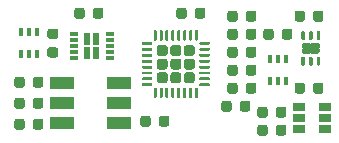
<source format=gbr>
G04 #@! TF.GenerationSoftware,KiCad,Pcbnew,5.1.6-c6e7f7d~86~ubuntu20.04.1*
G04 #@! TF.CreationDate,2020-07-01T18:46:00+05:00*
G04 #@! TF.ProjectId,Main,4d61696e-2e6b-4696-9361-645f70636258,rev?*
G04 #@! TF.SameCoordinates,Original*
G04 #@! TF.FileFunction,Paste,Top*
G04 #@! TF.FilePolarity,Positive*
%FSLAX46Y46*%
G04 Gerber Fmt 4.6, Leading zero omitted, Abs format (unit mm)*
G04 Created by KiCad (PCBNEW 5.1.6-c6e7f7d~86~ubuntu20.04.1) date 2020-07-01 18:46:00*
%MOMM*%
%LPD*%
G01*
G04 APERTURE LIST*
%ADD10R,0.600000X1.050000*%
%ADD11R,0.650000X0.300000*%
%ADD12R,1.060000X0.650000*%
%ADD13R,0.400000X0.650000*%
%ADD14R,2.000000X1.100000*%
G04 APERTURE END LIST*
G36*
G01*
X167137500Y-96771750D02*
X167137500Y-97284250D01*
G75*
G02*
X166918750Y-97503000I-218750J0D01*
G01*
X166481250Y-97503000D01*
G75*
G02*
X166262500Y-97284250I0J218750D01*
G01*
X166262500Y-96771750D01*
G75*
G02*
X166481250Y-96553000I218750J0D01*
G01*
X166918750Y-96553000D01*
G75*
G02*
X167137500Y-96771750I0J-218750D01*
G01*
G37*
G36*
G01*
X168712500Y-96771750D02*
X168712500Y-97284250D01*
G75*
G02*
X168493750Y-97503000I-218750J0D01*
G01*
X168056250Y-97503000D01*
G75*
G02*
X167837500Y-97284250I0J218750D01*
G01*
X167837500Y-96771750D01*
G75*
G02*
X168056250Y-96553000I218750J0D01*
G01*
X168493750Y-96553000D01*
G75*
G02*
X168712500Y-96771750I0J-218750D01*
G01*
G37*
D10*
X149485500Y-100188000D03*
X148710500Y-100188000D03*
X148710500Y-98948000D03*
X149485500Y-98948000D03*
D11*
X150648000Y-98568000D03*
X150648000Y-99068000D03*
X150648000Y-99568000D03*
X150648000Y-100068000D03*
X150648000Y-100568000D03*
X147548000Y-100568000D03*
X147548000Y-100068000D03*
X147548000Y-99568000D03*
X147548000Y-99068000D03*
X147548000Y-98568000D03*
G36*
G01*
X161448000Y-99819750D02*
X161448000Y-100332250D01*
G75*
G02*
X161229250Y-100551000I-218750J0D01*
G01*
X160791750Y-100551000D01*
G75*
G02*
X160573000Y-100332250I0J218750D01*
G01*
X160573000Y-99819750D01*
G75*
G02*
X160791750Y-99601000I218750J0D01*
G01*
X161229250Y-99601000D01*
G75*
G02*
X161448000Y-99819750I0J-218750D01*
G01*
G37*
G36*
G01*
X163023000Y-99819750D02*
X163023000Y-100332250D01*
G75*
G02*
X162804250Y-100551000I-218750J0D01*
G01*
X162366750Y-100551000D01*
G75*
G02*
X162148000Y-100332250I0J218750D01*
G01*
X162148000Y-99819750D01*
G75*
G02*
X162366750Y-99601000I218750J0D01*
G01*
X162804250Y-99601000D01*
G75*
G02*
X163023000Y-99819750I0J-218750D01*
G01*
G37*
G36*
G01*
X161448000Y-101343750D02*
X161448000Y-101856250D01*
G75*
G02*
X161229250Y-102075000I-218750J0D01*
G01*
X160791750Y-102075000D01*
G75*
G02*
X160573000Y-101856250I0J218750D01*
G01*
X160573000Y-101343750D01*
G75*
G02*
X160791750Y-101125000I218750J0D01*
G01*
X161229250Y-101125000D01*
G75*
G02*
X161448000Y-101343750I0J-218750D01*
G01*
G37*
G36*
G01*
X163023000Y-101343750D02*
X163023000Y-101856250D01*
G75*
G02*
X162804250Y-102075000I-218750J0D01*
G01*
X162366750Y-102075000D01*
G75*
G02*
X162148000Y-101856250I0J218750D01*
G01*
X162148000Y-101343750D01*
G75*
G02*
X162366750Y-101125000I218750J0D01*
G01*
X162804250Y-101125000D01*
G75*
G02*
X163023000Y-101343750I0J-218750D01*
G01*
G37*
G36*
G01*
X161448000Y-102867750D02*
X161448000Y-103380250D01*
G75*
G02*
X161229250Y-103599000I-218750J0D01*
G01*
X160791750Y-103599000D01*
G75*
G02*
X160573000Y-103380250I0J218750D01*
G01*
X160573000Y-102867750D01*
G75*
G02*
X160791750Y-102649000I218750J0D01*
G01*
X161229250Y-102649000D01*
G75*
G02*
X161448000Y-102867750I0J-218750D01*
G01*
G37*
G36*
G01*
X163023000Y-102867750D02*
X163023000Y-103380250D01*
G75*
G02*
X162804250Y-103599000I-218750J0D01*
G01*
X162366750Y-103599000D01*
G75*
G02*
X162148000Y-103380250I0J218750D01*
G01*
X162148000Y-102867750D01*
G75*
G02*
X162366750Y-102649000I218750J0D01*
G01*
X162804250Y-102649000D01*
G75*
G02*
X163023000Y-102867750I0J-218750D01*
G01*
G37*
G36*
G01*
X160940000Y-104391750D02*
X160940000Y-104904250D01*
G75*
G02*
X160721250Y-105123000I-218750J0D01*
G01*
X160283750Y-105123000D01*
G75*
G02*
X160065000Y-104904250I0J218750D01*
G01*
X160065000Y-104391750D01*
G75*
G02*
X160283750Y-104173000I218750J0D01*
G01*
X160721250Y-104173000D01*
G75*
G02*
X160940000Y-104391750I0J-218750D01*
G01*
G37*
G36*
G01*
X162515000Y-104391750D02*
X162515000Y-104904250D01*
G75*
G02*
X162296250Y-105123000I-218750J0D01*
G01*
X161858750Y-105123000D01*
G75*
G02*
X161640000Y-104904250I0J218750D01*
G01*
X161640000Y-104391750D01*
G75*
G02*
X161858750Y-104173000I218750J0D01*
G01*
X162296250Y-104173000D01*
G75*
G02*
X162515000Y-104391750I0J-218750D01*
G01*
G37*
G36*
G01*
X167065000Y-101213000D02*
X166915000Y-101213000D01*
G75*
G02*
X166840000Y-101138000I0J75000D01*
G01*
X166840000Y-100538000D01*
G75*
G02*
X166915000Y-100463000I75000J0D01*
G01*
X167065000Y-100463000D01*
G75*
G02*
X167140000Y-100538000I0J-75000D01*
G01*
X167140000Y-101138000D01*
G75*
G02*
X167065000Y-101213000I-75000J0D01*
G01*
G37*
G36*
G01*
X168365000Y-99054000D02*
X168215000Y-99054000D01*
G75*
G02*
X168140000Y-98979000I0J75000D01*
G01*
X168140000Y-98379000D01*
G75*
G02*
X168215000Y-98304000I75000J0D01*
G01*
X168365000Y-98304000D01*
G75*
G02*
X168440000Y-98379000I0J-75000D01*
G01*
X168440000Y-98979000D01*
G75*
G02*
X168365000Y-99054000I-75000J0D01*
G01*
G37*
G36*
G01*
X167572100Y-99828000D02*
X167022100Y-99828000D01*
G75*
G02*
X166892100Y-99698000I0J130000D01*
G01*
X166892100Y-99438000D01*
G75*
G02*
X167022100Y-99308000I130000J0D01*
G01*
X167572100Y-99308000D01*
G75*
G02*
X167702100Y-99438000I0J-130000D01*
G01*
X167702100Y-99698000D01*
G75*
G02*
X167572100Y-99828000I-130000J0D01*
G01*
G37*
G36*
G01*
X167715000Y-101213000D02*
X167565000Y-101213000D01*
G75*
G02*
X167490000Y-101138000I0J75000D01*
G01*
X167490000Y-100538000D01*
G75*
G02*
X167565000Y-100463000I75000J0D01*
G01*
X167715000Y-100463000D01*
G75*
G02*
X167790000Y-100538000I0J-75000D01*
G01*
X167790000Y-101138000D01*
G75*
G02*
X167715000Y-101213000I-75000J0D01*
G01*
G37*
G36*
G01*
X168257900Y-99828000D02*
X167707900Y-99828000D01*
G75*
G02*
X167577900Y-99698000I0J130000D01*
G01*
X167577900Y-99438000D01*
G75*
G02*
X167707900Y-99308000I130000J0D01*
G01*
X168257900Y-99308000D01*
G75*
G02*
X168387900Y-99438000I0J-130000D01*
G01*
X168387900Y-99698000D01*
G75*
G02*
X168257900Y-99828000I-130000J0D01*
G01*
G37*
G36*
G01*
X168257900Y-100209000D02*
X167707900Y-100209000D01*
G75*
G02*
X167577900Y-100079000I0J130000D01*
G01*
X167577900Y-99819000D01*
G75*
G02*
X167707900Y-99689000I130000J0D01*
G01*
X168257900Y-99689000D01*
G75*
G02*
X168387900Y-99819000I0J-130000D01*
G01*
X168387900Y-100079000D01*
G75*
G02*
X168257900Y-100209000I-130000J0D01*
G01*
G37*
G36*
G01*
X167572100Y-100209000D02*
X167022100Y-100209000D01*
G75*
G02*
X166892100Y-100079000I0J130000D01*
G01*
X166892100Y-99819000D01*
G75*
G02*
X167022100Y-99689000I130000J0D01*
G01*
X167572100Y-99689000D01*
G75*
G02*
X167702100Y-99819000I0J-130000D01*
G01*
X167702100Y-100079000D01*
G75*
G02*
X167572100Y-100209000I-130000J0D01*
G01*
G37*
G36*
G01*
X167065000Y-99054000D02*
X166915000Y-99054000D01*
G75*
G02*
X166840000Y-98979000I0J75000D01*
G01*
X166840000Y-98379000D01*
G75*
G02*
X166915000Y-98304000I75000J0D01*
G01*
X167065000Y-98304000D01*
G75*
G02*
X167140000Y-98379000I0J-75000D01*
G01*
X167140000Y-98979000D01*
G75*
G02*
X167065000Y-99054000I-75000J0D01*
G01*
G37*
G36*
G01*
X167715000Y-99054000D02*
X167565000Y-99054000D01*
G75*
G02*
X167490000Y-98979000I0J75000D01*
G01*
X167490000Y-98379000D01*
G75*
G02*
X167565000Y-98304000I75000J0D01*
G01*
X167715000Y-98304000D01*
G75*
G02*
X167790000Y-98379000I0J-75000D01*
G01*
X167790000Y-98979000D01*
G75*
G02*
X167715000Y-99054000I-75000J0D01*
G01*
G37*
G36*
G01*
X168365000Y-101213000D02*
X168215000Y-101213000D01*
G75*
G02*
X168140000Y-101138000I0J75000D01*
G01*
X168140000Y-100538000D01*
G75*
G02*
X168215000Y-100463000I75000J0D01*
G01*
X168365000Y-100463000D01*
G75*
G02*
X168440000Y-100538000I0J-75000D01*
G01*
X168440000Y-101138000D01*
G75*
G02*
X168365000Y-101213000I-75000J0D01*
G01*
G37*
G36*
G01*
X154827500Y-101777000D02*
X155292500Y-101777000D01*
G75*
G02*
X155525000Y-102009500I0J-232500D01*
G01*
X155525000Y-102474500D01*
G75*
G02*
X155292500Y-102707000I-232500J0D01*
G01*
X154827500Y-102707000D01*
G75*
G02*
X154595000Y-102474500I0J232500D01*
G01*
X154595000Y-102009500D01*
G75*
G02*
X154827500Y-101777000I232500J0D01*
G01*
G37*
G36*
G01*
X155977500Y-101777000D02*
X156442500Y-101777000D01*
G75*
G02*
X156675000Y-102009500I0J-232500D01*
G01*
X156675000Y-102474500D01*
G75*
G02*
X156442500Y-102707000I-232500J0D01*
G01*
X155977500Y-102707000D01*
G75*
G02*
X155745000Y-102474500I0J232500D01*
G01*
X155745000Y-102009500D01*
G75*
G02*
X155977500Y-101777000I232500J0D01*
G01*
G37*
G36*
G01*
X157127500Y-101777000D02*
X157592500Y-101777000D01*
G75*
G02*
X157825000Y-102009500I0J-232500D01*
G01*
X157825000Y-102474500D01*
G75*
G02*
X157592500Y-102707000I-232500J0D01*
G01*
X157127500Y-102707000D01*
G75*
G02*
X156895000Y-102474500I0J232500D01*
G01*
X156895000Y-102009500D01*
G75*
G02*
X157127500Y-101777000I232500J0D01*
G01*
G37*
G36*
G01*
X154827500Y-100627000D02*
X155292500Y-100627000D01*
G75*
G02*
X155525000Y-100859500I0J-232500D01*
G01*
X155525000Y-101324500D01*
G75*
G02*
X155292500Y-101557000I-232500J0D01*
G01*
X154827500Y-101557000D01*
G75*
G02*
X154595000Y-101324500I0J232500D01*
G01*
X154595000Y-100859500D01*
G75*
G02*
X154827500Y-100627000I232500J0D01*
G01*
G37*
G36*
G01*
X155977500Y-100627000D02*
X156442500Y-100627000D01*
G75*
G02*
X156675000Y-100859500I0J-232500D01*
G01*
X156675000Y-101324500D01*
G75*
G02*
X156442500Y-101557000I-232500J0D01*
G01*
X155977500Y-101557000D01*
G75*
G02*
X155745000Y-101324500I0J232500D01*
G01*
X155745000Y-100859500D01*
G75*
G02*
X155977500Y-100627000I232500J0D01*
G01*
G37*
G36*
G01*
X157127500Y-100627000D02*
X157592500Y-100627000D01*
G75*
G02*
X157825000Y-100859500I0J-232500D01*
G01*
X157825000Y-101324500D01*
G75*
G02*
X157592500Y-101557000I-232500J0D01*
G01*
X157127500Y-101557000D01*
G75*
G02*
X156895000Y-101324500I0J232500D01*
G01*
X156895000Y-100859500D01*
G75*
G02*
X157127500Y-100627000I232500J0D01*
G01*
G37*
G36*
G01*
X154827500Y-99477000D02*
X155292500Y-99477000D01*
G75*
G02*
X155525000Y-99709500I0J-232500D01*
G01*
X155525000Y-100174500D01*
G75*
G02*
X155292500Y-100407000I-232500J0D01*
G01*
X154827500Y-100407000D01*
G75*
G02*
X154595000Y-100174500I0J232500D01*
G01*
X154595000Y-99709500D01*
G75*
G02*
X154827500Y-99477000I232500J0D01*
G01*
G37*
G36*
G01*
X155977500Y-99477000D02*
X156442500Y-99477000D01*
G75*
G02*
X156675000Y-99709500I0J-232500D01*
G01*
X156675000Y-100174500D01*
G75*
G02*
X156442500Y-100407000I-232500J0D01*
G01*
X155977500Y-100407000D01*
G75*
G02*
X155745000Y-100174500I0J232500D01*
G01*
X155745000Y-99709500D01*
G75*
G02*
X155977500Y-99477000I232500J0D01*
G01*
G37*
G36*
G01*
X157127500Y-99477000D02*
X157592500Y-99477000D01*
G75*
G02*
X157825000Y-99709500I0J-232500D01*
G01*
X157825000Y-100174500D01*
G75*
G02*
X157592500Y-100407000I-232500J0D01*
G01*
X157127500Y-100407000D01*
G75*
G02*
X156895000Y-100174500I0J232500D01*
G01*
X156895000Y-99709500D01*
G75*
G02*
X157127500Y-99477000I232500J0D01*
G01*
G37*
G36*
G01*
X158272500Y-99217000D02*
X159022500Y-99217000D01*
G75*
G02*
X159085000Y-99279500I0J-62500D01*
G01*
X159085000Y-99404500D01*
G75*
G02*
X159022500Y-99467000I-62500J0D01*
G01*
X158272500Y-99467000D01*
G75*
G02*
X158210000Y-99404500I0J62500D01*
G01*
X158210000Y-99279500D01*
G75*
G02*
X158272500Y-99217000I62500J0D01*
G01*
G37*
G36*
G01*
X158272500Y-99717000D02*
X159022500Y-99717000D01*
G75*
G02*
X159085000Y-99779500I0J-62500D01*
G01*
X159085000Y-99904500D01*
G75*
G02*
X159022500Y-99967000I-62500J0D01*
G01*
X158272500Y-99967000D01*
G75*
G02*
X158210000Y-99904500I0J62500D01*
G01*
X158210000Y-99779500D01*
G75*
G02*
X158272500Y-99717000I62500J0D01*
G01*
G37*
G36*
G01*
X158272500Y-100217000D02*
X159022500Y-100217000D01*
G75*
G02*
X159085000Y-100279500I0J-62500D01*
G01*
X159085000Y-100404500D01*
G75*
G02*
X159022500Y-100467000I-62500J0D01*
G01*
X158272500Y-100467000D01*
G75*
G02*
X158210000Y-100404500I0J62500D01*
G01*
X158210000Y-100279500D01*
G75*
G02*
X158272500Y-100217000I62500J0D01*
G01*
G37*
G36*
G01*
X158272500Y-100717000D02*
X159022500Y-100717000D01*
G75*
G02*
X159085000Y-100779500I0J-62500D01*
G01*
X159085000Y-100904500D01*
G75*
G02*
X159022500Y-100967000I-62500J0D01*
G01*
X158272500Y-100967000D01*
G75*
G02*
X158210000Y-100904500I0J62500D01*
G01*
X158210000Y-100779500D01*
G75*
G02*
X158272500Y-100717000I62500J0D01*
G01*
G37*
G36*
G01*
X158272500Y-101217000D02*
X159022500Y-101217000D01*
G75*
G02*
X159085000Y-101279500I0J-62500D01*
G01*
X159085000Y-101404500D01*
G75*
G02*
X159022500Y-101467000I-62500J0D01*
G01*
X158272500Y-101467000D01*
G75*
G02*
X158210000Y-101404500I0J62500D01*
G01*
X158210000Y-101279500D01*
G75*
G02*
X158272500Y-101217000I62500J0D01*
G01*
G37*
G36*
G01*
X158272500Y-101717000D02*
X159022500Y-101717000D01*
G75*
G02*
X159085000Y-101779500I0J-62500D01*
G01*
X159085000Y-101904500D01*
G75*
G02*
X159022500Y-101967000I-62500J0D01*
G01*
X158272500Y-101967000D01*
G75*
G02*
X158210000Y-101904500I0J62500D01*
G01*
X158210000Y-101779500D01*
G75*
G02*
X158272500Y-101717000I62500J0D01*
G01*
G37*
G36*
G01*
X158272500Y-102217000D02*
X159022500Y-102217000D01*
G75*
G02*
X159085000Y-102279500I0J-62500D01*
G01*
X159085000Y-102404500D01*
G75*
G02*
X159022500Y-102467000I-62500J0D01*
G01*
X158272500Y-102467000D01*
G75*
G02*
X158210000Y-102404500I0J62500D01*
G01*
X158210000Y-102279500D01*
G75*
G02*
X158272500Y-102217000I62500J0D01*
G01*
G37*
G36*
G01*
X158272500Y-102717000D02*
X159022500Y-102717000D01*
G75*
G02*
X159085000Y-102779500I0J-62500D01*
G01*
X159085000Y-102904500D01*
G75*
G02*
X159022500Y-102967000I-62500J0D01*
G01*
X158272500Y-102967000D01*
G75*
G02*
X158210000Y-102904500I0J62500D01*
G01*
X158210000Y-102779500D01*
G75*
G02*
X158272500Y-102717000I62500J0D01*
G01*
G37*
G36*
G01*
X157897500Y-103092000D02*
X158022500Y-103092000D01*
G75*
G02*
X158085000Y-103154500I0J-62500D01*
G01*
X158085000Y-103904500D01*
G75*
G02*
X158022500Y-103967000I-62500J0D01*
G01*
X157897500Y-103967000D01*
G75*
G02*
X157835000Y-103904500I0J62500D01*
G01*
X157835000Y-103154500D01*
G75*
G02*
X157897500Y-103092000I62500J0D01*
G01*
G37*
G36*
G01*
X157397500Y-103092000D02*
X157522500Y-103092000D01*
G75*
G02*
X157585000Y-103154500I0J-62500D01*
G01*
X157585000Y-103904500D01*
G75*
G02*
X157522500Y-103967000I-62500J0D01*
G01*
X157397500Y-103967000D01*
G75*
G02*
X157335000Y-103904500I0J62500D01*
G01*
X157335000Y-103154500D01*
G75*
G02*
X157397500Y-103092000I62500J0D01*
G01*
G37*
G36*
G01*
X156897500Y-103092000D02*
X157022500Y-103092000D01*
G75*
G02*
X157085000Y-103154500I0J-62500D01*
G01*
X157085000Y-103904500D01*
G75*
G02*
X157022500Y-103967000I-62500J0D01*
G01*
X156897500Y-103967000D01*
G75*
G02*
X156835000Y-103904500I0J62500D01*
G01*
X156835000Y-103154500D01*
G75*
G02*
X156897500Y-103092000I62500J0D01*
G01*
G37*
G36*
G01*
X156397500Y-103092000D02*
X156522500Y-103092000D01*
G75*
G02*
X156585000Y-103154500I0J-62500D01*
G01*
X156585000Y-103904500D01*
G75*
G02*
X156522500Y-103967000I-62500J0D01*
G01*
X156397500Y-103967000D01*
G75*
G02*
X156335000Y-103904500I0J62500D01*
G01*
X156335000Y-103154500D01*
G75*
G02*
X156397500Y-103092000I62500J0D01*
G01*
G37*
G36*
G01*
X155897500Y-103092000D02*
X156022500Y-103092000D01*
G75*
G02*
X156085000Y-103154500I0J-62500D01*
G01*
X156085000Y-103904500D01*
G75*
G02*
X156022500Y-103967000I-62500J0D01*
G01*
X155897500Y-103967000D01*
G75*
G02*
X155835000Y-103904500I0J62500D01*
G01*
X155835000Y-103154500D01*
G75*
G02*
X155897500Y-103092000I62500J0D01*
G01*
G37*
G36*
G01*
X155397500Y-103092000D02*
X155522500Y-103092000D01*
G75*
G02*
X155585000Y-103154500I0J-62500D01*
G01*
X155585000Y-103904500D01*
G75*
G02*
X155522500Y-103967000I-62500J0D01*
G01*
X155397500Y-103967000D01*
G75*
G02*
X155335000Y-103904500I0J62500D01*
G01*
X155335000Y-103154500D01*
G75*
G02*
X155397500Y-103092000I62500J0D01*
G01*
G37*
G36*
G01*
X154897500Y-103092000D02*
X155022500Y-103092000D01*
G75*
G02*
X155085000Y-103154500I0J-62500D01*
G01*
X155085000Y-103904500D01*
G75*
G02*
X155022500Y-103967000I-62500J0D01*
G01*
X154897500Y-103967000D01*
G75*
G02*
X154835000Y-103904500I0J62500D01*
G01*
X154835000Y-103154500D01*
G75*
G02*
X154897500Y-103092000I62500J0D01*
G01*
G37*
G36*
G01*
X154397500Y-103092000D02*
X154522500Y-103092000D01*
G75*
G02*
X154585000Y-103154500I0J-62500D01*
G01*
X154585000Y-103904500D01*
G75*
G02*
X154522500Y-103967000I-62500J0D01*
G01*
X154397500Y-103967000D01*
G75*
G02*
X154335000Y-103904500I0J62500D01*
G01*
X154335000Y-103154500D01*
G75*
G02*
X154397500Y-103092000I62500J0D01*
G01*
G37*
G36*
G01*
X153397500Y-102717000D02*
X154147500Y-102717000D01*
G75*
G02*
X154210000Y-102779500I0J-62500D01*
G01*
X154210000Y-102904500D01*
G75*
G02*
X154147500Y-102967000I-62500J0D01*
G01*
X153397500Y-102967000D01*
G75*
G02*
X153335000Y-102904500I0J62500D01*
G01*
X153335000Y-102779500D01*
G75*
G02*
X153397500Y-102717000I62500J0D01*
G01*
G37*
G36*
G01*
X153397500Y-102217000D02*
X154147500Y-102217000D01*
G75*
G02*
X154210000Y-102279500I0J-62500D01*
G01*
X154210000Y-102404500D01*
G75*
G02*
X154147500Y-102467000I-62500J0D01*
G01*
X153397500Y-102467000D01*
G75*
G02*
X153335000Y-102404500I0J62500D01*
G01*
X153335000Y-102279500D01*
G75*
G02*
X153397500Y-102217000I62500J0D01*
G01*
G37*
G36*
G01*
X153397500Y-101717000D02*
X154147500Y-101717000D01*
G75*
G02*
X154210000Y-101779500I0J-62500D01*
G01*
X154210000Y-101904500D01*
G75*
G02*
X154147500Y-101967000I-62500J0D01*
G01*
X153397500Y-101967000D01*
G75*
G02*
X153335000Y-101904500I0J62500D01*
G01*
X153335000Y-101779500D01*
G75*
G02*
X153397500Y-101717000I62500J0D01*
G01*
G37*
G36*
G01*
X153397500Y-101217000D02*
X154147500Y-101217000D01*
G75*
G02*
X154210000Y-101279500I0J-62500D01*
G01*
X154210000Y-101404500D01*
G75*
G02*
X154147500Y-101467000I-62500J0D01*
G01*
X153397500Y-101467000D01*
G75*
G02*
X153335000Y-101404500I0J62500D01*
G01*
X153335000Y-101279500D01*
G75*
G02*
X153397500Y-101217000I62500J0D01*
G01*
G37*
G36*
G01*
X153397500Y-100717000D02*
X154147500Y-100717000D01*
G75*
G02*
X154210000Y-100779500I0J-62500D01*
G01*
X154210000Y-100904500D01*
G75*
G02*
X154147500Y-100967000I-62500J0D01*
G01*
X153397500Y-100967000D01*
G75*
G02*
X153335000Y-100904500I0J62500D01*
G01*
X153335000Y-100779500D01*
G75*
G02*
X153397500Y-100717000I62500J0D01*
G01*
G37*
G36*
G01*
X153397500Y-100217000D02*
X154147500Y-100217000D01*
G75*
G02*
X154210000Y-100279500I0J-62500D01*
G01*
X154210000Y-100404500D01*
G75*
G02*
X154147500Y-100467000I-62500J0D01*
G01*
X153397500Y-100467000D01*
G75*
G02*
X153335000Y-100404500I0J62500D01*
G01*
X153335000Y-100279500D01*
G75*
G02*
X153397500Y-100217000I62500J0D01*
G01*
G37*
G36*
G01*
X153397500Y-99717000D02*
X154147500Y-99717000D01*
G75*
G02*
X154210000Y-99779500I0J-62500D01*
G01*
X154210000Y-99904500D01*
G75*
G02*
X154147500Y-99967000I-62500J0D01*
G01*
X153397500Y-99967000D01*
G75*
G02*
X153335000Y-99904500I0J62500D01*
G01*
X153335000Y-99779500D01*
G75*
G02*
X153397500Y-99717000I62500J0D01*
G01*
G37*
G36*
G01*
X153397500Y-99217000D02*
X154147500Y-99217000D01*
G75*
G02*
X154210000Y-99279500I0J-62500D01*
G01*
X154210000Y-99404500D01*
G75*
G02*
X154147500Y-99467000I-62500J0D01*
G01*
X153397500Y-99467000D01*
G75*
G02*
X153335000Y-99404500I0J62500D01*
G01*
X153335000Y-99279500D01*
G75*
G02*
X153397500Y-99217000I62500J0D01*
G01*
G37*
G36*
G01*
X154397500Y-98217000D02*
X154522500Y-98217000D01*
G75*
G02*
X154585000Y-98279500I0J-62500D01*
G01*
X154585000Y-99029500D01*
G75*
G02*
X154522500Y-99092000I-62500J0D01*
G01*
X154397500Y-99092000D01*
G75*
G02*
X154335000Y-99029500I0J62500D01*
G01*
X154335000Y-98279500D01*
G75*
G02*
X154397500Y-98217000I62500J0D01*
G01*
G37*
G36*
G01*
X154897500Y-98217000D02*
X155022500Y-98217000D01*
G75*
G02*
X155085000Y-98279500I0J-62500D01*
G01*
X155085000Y-99029500D01*
G75*
G02*
X155022500Y-99092000I-62500J0D01*
G01*
X154897500Y-99092000D01*
G75*
G02*
X154835000Y-99029500I0J62500D01*
G01*
X154835000Y-98279500D01*
G75*
G02*
X154897500Y-98217000I62500J0D01*
G01*
G37*
G36*
G01*
X155397500Y-98217000D02*
X155522500Y-98217000D01*
G75*
G02*
X155585000Y-98279500I0J-62500D01*
G01*
X155585000Y-99029500D01*
G75*
G02*
X155522500Y-99092000I-62500J0D01*
G01*
X155397500Y-99092000D01*
G75*
G02*
X155335000Y-99029500I0J62500D01*
G01*
X155335000Y-98279500D01*
G75*
G02*
X155397500Y-98217000I62500J0D01*
G01*
G37*
G36*
G01*
X155897500Y-98217000D02*
X156022500Y-98217000D01*
G75*
G02*
X156085000Y-98279500I0J-62500D01*
G01*
X156085000Y-99029500D01*
G75*
G02*
X156022500Y-99092000I-62500J0D01*
G01*
X155897500Y-99092000D01*
G75*
G02*
X155835000Y-99029500I0J62500D01*
G01*
X155835000Y-98279500D01*
G75*
G02*
X155897500Y-98217000I62500J0D01*
G01*
G37*
G36*
G01*
X156397500Y-98217000D02*
X156522500Y-98217000D01*
G75*
G02*
X156585000Y-98279500I0J-62500D01*
G01*
X156585000Y-99029500D01*
G75*
G02*
X156522500Y-99092000I-62500J0D01*
G01*
X156397500Y-99092000D01*
G75*
G02*
X156335000Y-99029500I0J62500D01*
G01*
X156335000Y-98279500D01*
G75*
G02*
X156397500Y-98217000I62500J0D01*
G01*
G37*
G36*
G01*
X156897500Y-98217000D02*
X157022500Y-98217000D01*
G75*
G02*
X157085000Y-98279500I0J-62500D01*
G01*
X157085000Y-99029500D01*
G75*
G02*
X157022500Y-99092000I-62500J0D01*
G01*
X156897500Y-99092000D01*
G75*
G02*
X156835000Y-99029500I0J62500D01*
G01*
X156835000Y-98279500D01*
G75*
G02*
X156897500Y-98217000I62500J0D01*
G01*
G37*
G36*
G01*
X157397500Y-98217000D02*
X157522500Y-98217000D01*
G75*
G02*
X157585000Y-98279500I0J-62500D01*
G01*
X157585000Y-99029500D01*
G75*
G02*
X157522500Y-99092000I-62500J0D01*
G01*
X157397500Y-99092000D01*
G75*
G02*
X157335000Y-99029500I0J62500D01*
G01*
X157335000Y-98279500D01*
G75*
G02*
X157397500Y-98217000I62500J0D01*
G01*
G37*
G36*
G01*
X157897500Y-98217000D02*
X158022500Y-98217000D01*
G75*
G02*
X158085000Y-98279500I0J-62500D01*
G01*
X158085000Y-99029500D01*
G75*
G02*
X158022500Y-99092000I-62500J0D01*
G01*
X157897500Y-99092000D01*
G75*
G02*
X157835000Y-99029500I0J62500D01*
G01*
X157835000Y-98279500D01*
G75*
G02*
X157897500Y-98217000I62500J0D01*
G01*
G37*
D12*
X166667000Y-105664000D03*
X166667000Y-106614000D03*
X166667000Y-104714000D03*
X168867000Y-104714000D03*
X168867000Y-105664000D03*
X168867000Y-106614000D03*
G36*
G01*
X143414000Y-102359750D02*
X143414000Y-102872250D01*
G75*
G02*
X143195250Y-103091000I-218750J0D01*
G01*
X142757750Y-103091000D01*
G75*
G02*
X142539000Y-102872250I0J218750D01*
G01*
X142539000Y-102359750D01*
G75*
G02*
X142757750Y-102141000I218750J0D01*
G01*
X143195250Y-102141000D01*
G75*
G02*
X143414000Y-102359750I0J-218750D01*
G01*
G37*
G36*
G01*
X144989000Y-102359750D02*
X144989000Y-102872250D01*
G75*
G02*
X144770250Y-103091000I-218750J0D01*
G01*
X144332750Y-103091000D01*
G75*
G02*
X144114000Y-102872250I0J218750D01*
G01*
X144114000Y-102359750D01*
G75*
G02*
X144332750Y-102141000I218750J0D01*
G01*
X144770250Y-102141000D01*
G75*
G02*
X144989000Y-102359750I0J-218750D01*
G01*
G37*
G36*
G01*
X165196000Y-98808250D02*
X165196000Y-98295750D01*
G75*
G02*
X165414750Y-98077000I218750J0D01*
G01*
X165852250Y-98077000D01*
G75*
G02*
X166071000Y-98295750I0J-218750D01*
G01*
X166071000Y-98808250D01*
G75*
G02*
X165852250Y-99027000I-218750J0D01*
G01*
X165414750Y-99027000D01*
G75*
G02*
X165196000Y-98808250I0J218750D01*
G01*
G37*
G36*
G01*
X163621000Y-98808250D02*
X163621000Y-98295750D01*
G75*
G02*
X163839750Y-98077000I218750J0D01*
G01*
X164277250Y-98077000D01*
G75*
G02*
X164496000Y-98295750I0J-218750D01*
G01*
X164496000Y-98808250D01*
G75*
G02*
X164277250Y-99027000I-218750J0D01*
G01*
X163839750Y-99027000D01*
G75*
G02*
X163621000Y-98808250I0J218750D01*
G01*
G37*
G36*
G01*
X162148000Y-97284250D02*
X162148000Y-96771750D01*
G75*
G02*
X162366750Y-96553000I218750J0D01*
G01*
X162804250Y-96553000D01*
G75*
G02*
X163023000Y-96771750I0J-218750D01*
G01*
X163023000Y-97284250D01*
G75*
G02*
X162804250Y-97503000I-218750J0D01*
G01*
X162366750Y-97503000D01*
G75*
G02*
X162148000Y-97284250I0J218750D01*
G01*
G37*
G36*
G01*
X160573000Y-97284250D02*
X160573000Y-96771750D01*
G75*
G02*
X160791750Y-96553000I218750J0D01*
G01*
X161229250Y-96553000D01*
G75*
G02*
X161448000Y-96771750I0J-218750D01*
G01*
X161448000Y-97284250D01*
G75*
G02*
X161229250Y-97503000I-218750J0D01*
G01*
X160791750Y-97503000D01*
G75*
G02*
X160573000Y-97284250I0J218750D01*
G01*
G37*
G36*
G01*
X143414000Y-104137750D02*
X143414000Y-104650250D01*
G75*
G02*
X143195250Y-104869000I-218750J0D01*
G01*
X142757750Y-104869000D01*
G75*
G02*
X142539000Y-104650250I0J218750D01*
G01*
X142539000Y-104137750D01*
G75*
G02*
X142757750Y-103919000I218750J0D01*
G01*
X143195250Y-103919000D01*
G75*
G02*
X143414000Y-104137750I0J-218750D01*
G01*
G37*
G36*
G01*
X144989000Y-104137750D02*
X144989000Y-104650250D01*
G75*
G02*
X144770250Y-104869000I-218750J0D01*
G01*
X144332750Y-104869000D01*
G75*
G02*
X144114000Y-104650250I0J218750D01*
G01*
X144114000Y-104137750D01*
G75*
G02*
X144332750Y-103919000I218750J0D01*
G01*
X144770250Y-103919000D01*
G75*
G02*
X144989000Y-104137750I0J-218750D01*
G01*
G37*
G36*
G01*
X162148000Y-98808250D02*
X162148000Y-98295750D01*
G75*
G02*
X162366750Y-98077000I218750J0D01*
G01*
X162804250Y-98077000D01*
G75*
G02*
X163023000Y-98295750I0J-218750D01*
G01*
X163023000Y-98808250D01*
G75*
G02*
X162804250Y-99027000I-218750J0D01*
G01*
X162366750Y-99027000D01*
G75*
G02*
X162148000Y-98808250I0J218750D01*
G01*
G37*
G36*
G01*
X160573000Y-98808250D02*
X160573000Y-98295750D01*
G75*
G02*
X160791750Y-98077000I218750J0D01*
G01*
X161229250Y-98077000D01*
G75*
G02*
X161448000Y-98295750I0J-218750D01*
G01*
X161448000Y-98808250D01*
G75*
G02*
X161229250Y-99027000I-218750J0D01*
G01*
X160791750Y-99027000D01*
G75*
G02*
X160573000Y-98808250I0J218750D01*
G01*
G37*
G36*
G01*
X143414000Y-105915750D02*
X143414000Y-106428250D01*
G75*
G02*
X143195250Y-106647000I-218750J0D01*
G01*
X142757750Y-106647000D01*
G75*
G02*
X142539000Y-106428250I0J218750D01*
G01*
X142539000Y-105915750D01*
G75*
G02*
X142757750Y-105697000I218750J0D01*
G01*
X143195250Y-105697000D01*
G75*
G02*
X143414000Y-105915750I0J-218750D01*
G01*
G37*
G36*
G01*
X144989000Y-105915750D02*
X144989000Y-106428250D01*
G75*
G02*
X144770250Y-106647000I-218750J0D01*
G01*
X144332750Y-106647000D01*
G75*
G02*
X144114000Y-106428250I0J218750D01*
G01*
X144114000Y-105915750D01*
G75*
G02*
X144332750Y-105697000I218750J0D01*
G01*
X144770250Y-105697000D01*
G75*
G02*
X144989000Y-105915750I0J-218750D01*
G01*
G37*
G36*
G01*
X164688000Y-106936250D02*
X164688000Y-106423750D01*
G75*
G02*
X164906750Y-106205000I218750J0D01*
G01*
X165344250Y-106205000D01*
G75*
G02*
X165563000Y-106423750I0J-218750D01*
G01*
X165563000Y-106936250D01*
G75*
G02*
X165344250Y-107155000I-218750J0D01*
G01*
X164906750Y-107155000D01*
G75*
G02*
X164688000Y-106936250I0J218750D01*
G01*
G37*
G36*
G01*
X163113000Y-106936250D02*
X163113000Y-106423750D01*
G75*
G02*
X163331750Y-106205000I218750J0D01*
G01*
X163769250Y-106205000D01*
G75*
G02*
X163988000Y-106423750I0J-218750D01*
G01*
X163988000Y-106936250D01*
G75*
G02*
X163769250Y-107155000I-218750J0D01*
G01*
X163331750Y-107155000D01*
G75*
G02*
X163113000Y-106936250I0J218750D01*
G01*
G37*
G36*
G01*
X164688000Y-105412250D02*
X164688000Y-104899750D01*
G75*
G02*
X164906750Y-104681000I218750J0D01*
G01*
X165344250Y-104681000D01*
G75*
G02*
X165563000Y-104899750I0J-218750D01*
G01*
X165563000Y-105412250D01*
G75*
G02*
X165344250Y-105631000I-218750J0D01*
G01*
X164906750Y-105631000D01*
G75*
G02*
X164688000Y-105412250I0J218750D01*
G01*
G37*
G36*
G01*
X163113000Y-105412250D02*
X163113000Y-104899750D01*
G75*
G02*
X163331750Y-104681000I218750J0D01*
G01*
X163769250Y-104681000D01*
G75*
G02*
X163988000Y-104899750I0J-218750D01*
G01*
X163988000Y-105412250D01*
G75*
G02*
X163769250Y-105631000I-218750J0D01*
G01*
X163331750Y-105631000D01*
G75*
G02*
X163113000Y-105412250I0J218750D01*
G01*
G37*
D13*
X164196000Y-100650000D03*
X165496000Y-100650000D03*
X164846000Y-102550000D03*
X164846000Y-100650000D03*
X165496000Y-102550000D03*
X164196000Y-102550000D03*
D14*
X151371000Y-102694000D03*
X151371000Y-104394000D03*
X151371000Y-106094000D03*
X146571000Y-106094000D03*
X146571000Y-104394000D03*
X146571000Y-102694000D03*
D13*
X144414000Y-98364000D03*
X143114000Y-98364000D03*
X143764000Y-100264000D03*
X143764000Y-98364000D03*
X143114000Y-100264000D03*
X144414000Y-100264000D03*
G36*
G01*
X167137500Y-102867750D02*
X167137500Y-103380250D01*
G75*
G02*
X166918750Y-103599000I-218750J0D01*
G01*
X166481250Y-103599000D01*
G75*
G02*
X166262500Y-103380250I0J218750D01*
G01*
X166262500Y-102867750D01*
G75*
G02*
X166481250Y-102649000I218750J0D01*
G01*
X166918750Y-102649000D01*
G75*
G02*
X167137500Y-102867750I0J-218750D01*
G01*
G37*
G36*
G01*
X168712500Y-102867750D02*
X168712500Y-103380250D01*
G75*
G02*
X168493750Y-103599000I-218750J0D01*
G01*
X168056250Y-103599000D01*
G75*
G02*
X167837500Y-103380250I0J218750D01*
G01*
X167837500Y-102867750D01*
G75*
G02*
X168056250Y-102649000I218750J0D01*
G01*
X168493750Y-102649000D01*
G75*
G02*
X168712500Y-102867750I0J-218750D01*
G01*
G37*
G36*
G01*
X149194000Y-97030250D02*
X149194000Y-96517750D01*
G75*
G02*
X149412750Y-96299000I218750J0D01*
G01*
X149850250Y-96299000D01*
G75*
G02*
X150069000Y-96517750I0J-218750D01*
G01*
X150069000Y-97030250D01*
G75*
G02*
X149850250Y-97249000I-218750J0D01*
G01*
X149412750Y-97249000D01*
G75*
G02*
X149194000Y-97030250I0J218750D01*
G01*
G37*
G36*
G01*
X147619000Y-97030250D02*
X147619000Y-96517750D01*
G75*
G02*
X147837750Y-96299000I218750J0D01*
G01*
X148275250Y-96299000D01*
G75*
G02*
X148494000Y-96517750I0J-218750D01*
G01*
X148494000Y-97030250D01*
G75*
G02*
X148275250Y-97249000I-218750J0D01*
G01*
X147837750Y-97249000D01*
G75*
G02*
X147619000Y-97030250I0J218750D01*
G01*
G37*
G36*
G01*
X154082000Y-105661750D02*
X154082000Y-106174250D01*
G75*
G02*
X153863250Y-106393000I-218750J0D01*
G01*
X153425750Y-106393000D01*
G75*
G02*
X153207000Y-106174250I0J218750D01*
G01*
X153207000Y-105661750D01*
G75*
G02*
X153425750Y-105443000I218750J0D01*
G01*
X153863250Y-105443000D01*
G75*
G02*
X154082000Y-105661750I0J-218750D01*
G01*
G37*
G36*
G01*
X155657000Y-105661750D02*
X155657000Y-106174250D01*
G75*
G02*
X155438250Y-106393000I-218750J0D01*
G01*
X155000750Y-106393000D01*
G75*
G02*
X154782000Y-106174250I0J218750D01*
G01*
X154782000Y-105661750D01*
G75*
G02*
X155000750Y-105443000I218750J0D01*
G01*
X155438250Y-105443000D01*
G75*
G02*
X155657000Y-105661750I0J-218750D01*
G01*
G37*
G36*
G01*
X157830000Y-97030250D02*
X157830000Y-96517750D01*
G75*
G02*
X158048750Y-96299000I218750J0D01*
G01*
X158486250Y-96299000D01*
G75*
G02*
X158705000Y-96517750I0J-218750D01*
G01*
X158705000Y-97030250D01*
G75*
G02*
X158486250Y-97249000I-218750J0D01*
G01*
X158048750Y-97249000D01*
G75*
G02*
X157830000Y-97030250I0J218750D01*
G01*
G37*
G36*
G01*
X156255000Y-97030250D02*
X156255000Y-96517750D01*
G75*
G02*
X156473750Y-96299000I218750J0D01*
G01*
X156911250Y-96299000D01*
G75*
G02*
X157130000Y-96517750I0J-218750D01*
G01*
X157130000Y-97030250D01*
G75*
G02*
X156911250Y-97249000I-218750J0D01*
G01*
X156473750Y-97249000D01*
G75*
G02*
X156255000Y-97030250I0J218750D01*
G01*
G37*
G36*
G01*
X145539750Y-99664000D02*
X146052250Y-99664000D01*
G75*
G02*
X146271000Y-99882750I0J-218750D01*
G01*
X146271000Y-100320250D01*
G75*
G02*
X146052250Y-100539000I-218750J0D01*
G01*
X145539750Y-100539000D01*
G75*
G02*
X145321000Y-100320250I0J218750D01*
G01*
X145321000Y-99882750D01*
G75*
G02*
X145539750Y-99664000I218750J0D01*
G01*
G37*
G36*
G01*
X145539750Y-98089000D02*
X146052250Y-98089000D01*
G75*
G02*
X146271000Y-98307750I0J-218750D01*
G01*
X146271000Y-98745250D01*
G75*
G02*
X146052250Y-98964000I-218750J0D01*
G01*
X145539750Y-98964000D01*
G75*
G02*
X145321000Y-98745250I0J218750D01*
G01*
X145321000Y-98307750D01*
G75*
G02*
X145539750Y-98089000I218750J0D01*
G01*
G37*
M02*

</source>
